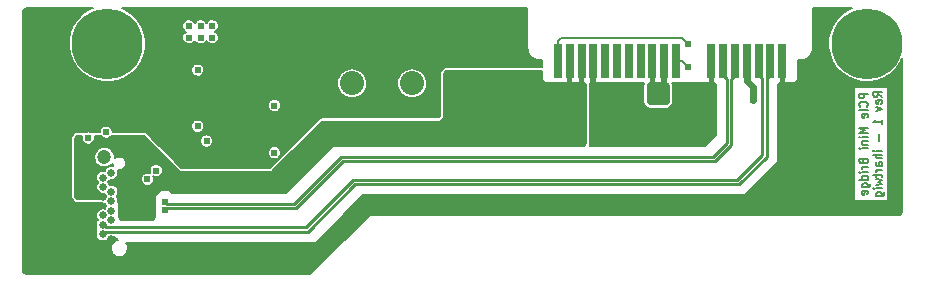
<source format=gbl>
G04 #@! TF.FileFunction,Copper,L4,Bot,Signal*
%FSLAX46Y46*%
G04 Gerber Fmt 4.6, Leading zero omitted, Abs format (unit mm)*
G04 Created by KiCad (PCBNEW 4.0.7) date Wednesday, December 20, 2017 'AMt' 12:53:12 AM*
%MOMM*%
%LPD*%
G01*
G04 APERTURE LIST*
%ADD10C,0.100000*%
%ADD11C,0.152400*%
%ADD12R,2.032000X2.032000*%
%ADD13O,2.032000X2.032000*%
%ADD14R,0.700000X3.000000*%
%ADD15C,6.000000*%
%ADD16C,1.204800*%
%ADD17C,0.672800*%
%ADD18C,0.609600*%
%ADD19C,0.500000*%
%ADD20C,0.203200*%
%ADD21C,0.609600*%
%ADD22C,0.236000*%
G04 APERTURE END LIST*
D10*
D11*
X71965467Y15749998D02*
X71265467Y15749998D01*
X71265467Y15483332D01*
X71298800Y15416665D01*
X71332133Y15383332D01*
X71398800Y15349998D01*
X71498800Y15349998D01*
X71565467Y15383332D01*
X71598800Y15416665D01*
X71632133Y15483332D01*
X71632133Y15749998D01*
X71898800Y14649998D02*
X71932133Y14683332D01*
X71965467Y14783332D01*
X71965467Y14849998D01*
X71932133Y14949998D01*
X71865467Y15016665D01*
X71798800Y15049998D01*
X71665467Y15083332D01*
X71565467Y15083332D01*
X71432133Y15049998D01*
X71365467Y15016665D01*
X71298800Y14949998D01*
X71265467Y14849998D01*
X71265467Y14783332D01*
X71298800Y14683332D01*
X71332133Y14649998D01*
X71965467Y14349998D02*
X71265467Y14349998D01*
X71932133Y13749999D02*
X71965467Y13816665D01*
X71965467Y13949999D01*
X71932133Y14016665D01*
X71865467Y14049999D01*
X71598800Y14049999D01*
X71532133Y14016665D01*
X71498800Y13949999D01*
X71498800Y13816665D01*
X71532133Y13749999D01*
X71598800Y13716665D01*
X71665467Y13716665D01*
X71732133Y14049999D01*
X71965467Y12883332D02*
X71265467Y12883332D01*
X71765467Y12649999D01*
X71265467Y12416666D01*
X71965467Y12416666D01*
X71965467Y12083332D02*
X71498800Y12083332D01*
X71265467Y12083332D02*
X71298800Y12116666D01*
X71332133Y12083332D01*
X71298800Y12049999D01*
X71265467Y12083332D01*
X71332133Y12083332D01*
X71498800Y11749999D02*
X71965467Y11749999D01*
X71565467Y11749999D02*
X71532133Y11716666D01*
X71498800Y11649999D01*
X71498800Y11549999D01*
X71532133Y11483333D01*
X71598800Y11449999D01*
X71965467Y11449999D01*
X71965467Y11116666D02*
X71498800Y11116666D01*
X71265467Y11116666D02*
X71298800Y11150000D01*
X71332133Y11116666D01*
X71298800Y11083333D01*
X71265467Y11116666D01*
X71332133Y11116666D01*
X71598800Y10016667D02*
X71632133Y9916667D01*
X71665467Y9883334D01*
X71732133Y9850000D01*
X71832133Y9850000D01*
X71898800Y9883334D01*
X71932133Y9916667D01*
X71965467Y9983334D01*
X71965467Y10250000D01*
X71265467Y10250000D01*
X71265467Y10016667D01*
X71298800Y9950000D01*
X71332133Y9916667D01*
X71398800Y9883334D01*
X71465467Y9883334D01*
X71532133Y9916667D01*
X71565467Y9950000D01*
X71598800Y10016667D01*
X71598800Y10250000D01*
X71965467Y9550000D02*
X71498800Y9550000D01*
X71632133Y9550000D02*
X71565467Y9516667D01*
X71532133Y9483334D01*
X71498800Y9416667D01*
X71498800Y9350000D01*
X71965467Y9116667D02*
X71498800Y9116667D01*
X71265467Y9116667D02*
X71298800Y9150001D01*
X71332133Y9116667D01*
X71298800Y9083334D01*
X71265467Y9116667D01*
X71332133Y9116667D01*
X71965467Y8483334D02*
X71265467Y8483334D01*
X71932133Y8483334D02*
X71965467Y8550001D01*
X71965467Y8683334D01*
X71932133Y8750001D01*
X71898800Y8783334D01*
X71832133Y8816668D01*
X71632133Y8816668D01*
X71565467Y8783334D01*
X71532133Y8750001D01*
X71498800Y8683334D01*
X71498800Y8550001D01*
X71532133Y8483334D01*
X71498800Y7850001D02*
X72065467Y7850001D01*
X72132133Y7883335D01*
X72165467Y7916668D01*
X72198800Y7983335D01*
X72198800Y8083335D01*
X72165467Y8150001D01*
X71932133Y7850001D02*
X71965467Y7916668D01*
X71965467Y8050001D01*
X71932133Y8116668D01*
X71898800Y8150001D01*
X71832133Y8183335D01*
X71632133Y8183335D01*
X71565467Y8150001D01*
X71532133Y8116668D01*
X71498800Y8050001D01*
X71498800Y7916668D01*
X71532133Y7850001D01*
X71932133Y7250002D02*
X71965467Y7316668D01*
X71965467Y7450002D01*
X71932133Y7516668D01*
X71865467Y7550002D01*
X71598800Y7550002D01*
X71532133Y7516668D01*
X71498800Y7450002D01*
X71498800Y7316668D01*
X71532133Y7250002D01*
X71598800Y7216668D01*
X71665467Y7216668D01*
X71732133Y7550002D01*
X73167867Y15483331D02*
X72834533Y15716665D01*
X73167867Y15883331D02*
X72467867Y15883331D01*
X72467867Y15616665D01*
X72501200Y15549998D01*
X72534533Y15516665D01*
X72601200Y15483331D01*
X72701200Y15483331D01*
X72767867Y15516665D01*
X72801200Y15549998D01*
X72834533Y15616665D01*
X72834533Y15883331D01*
X73134533Y14916665D02*
X73167867Y14983331D01*
X73167867Y15116665D01*
X73134533Y15183331D01*
X73067867Y15216665D01*
X72801200Y15216665D01*
X72734533Y15183331D01*
X72701200Y15116665D01*
X72701200Y14983331D01*
X72734533Y14916665D01*
X72801200Y14883331D01*
X72867867Y14883331D01*
X72934533Y15216665D01*
X72701200Y14649998D02*
X73167867Y14483331D01*
X72701200Y14316665D01*
X73167867Y13149999D02*
X73167867Y13549999D01*
X73167867Y13349999D02*
X72467867Y13349999D01*
X72567867Y13416665D01*
X72634533Y13483332D01*
X72667867Y13549999D01*
X72901200Y12316665D02*
X72901200Y11783332D01*
X73167867Y10916665D02*
X72701200Y10916665D01*
X72467867Y10916665D02*
X72501200Y10949999D01*
X72534533Y10916665D01*
X72501200Y10883332D01*
X72467867Y10916665D01*
X72534533Y10916665D01*
X73167867Y10583332D02*
X72467867Y10583332D01*
X73167867Y10283332D02*
X72801200Y10283332D01*
X72734533Y10316666D01*
X72701200Y10383332D01*
X72701200Y10483332D01*
X72734533Y10549999D01*
X72767867Y10583332D01*
X73167867Y9649999D02*
X72801200Y9649999D01*
X72734533Y9683333D01*
X72701200Y9749999D01*
X72701200Y9883333D01*
X72734533Y9949999D01*
X73134533Y9649999D02*
X73167867Y9716666D01*
X73167867Y9883333D01*
X73134533Y9949999D01*
X73067867Y9983333D01*
X73001200Y9983333D01*
X72934533Y9949999D01*
X72901200Y9883333D01*
X72901200Y9716666D01*
X72867867Y9649999D01*
X73167867Y9316666D02*
X72701200Y9316666D01*
X72834533Y9316666D02*
X72767867Y9283333D01*
X72734533Y9250000D01*
X72701200Y9183333D01*
X72701200Y9116666D01*
X72701200Y8983333D02*
X72701200Y8716667D01*
X72467867Y8883333D02*
X73067867Y8883333D01*
X73134533Y8850000D01*
X73167867Y8783333D01*
X73167867Y8716667D01*
X72701200Y8550000D02*
X73167867Y8416667D01*
X72834533Y8283333D01*
X73167867Y8150000D01*
X72701200Y8016667D01*
X73167867Y7750000D02*
X72701200Y7750000D01*
X72467867Y7750000D02*
X72501200Y7783334D01*
X72534533Y7750000D01*
X72501200Y7716667D01*
X72467867Y7750000D01*
X72534533Y7750000D01*
X72701200Y7116667D02*
X73267867Y7116667D01*
X73334533Y7150001D01*
X73367867Y7183334D01*
X73401200Y7250001D01*
X73401200Y7350001D01*
X73367867Y7416667D01*
X73134533Y7116667D02*
X73167867Y7183334D01*
X73167867Y7316667D01*
X73134533Y7383334D01*
X73101200Y7416667D01*
X73034533Y7450001D01*
X72834533Y7450001D01*
X72767867Y7416667D01*
X72734533Y7383334D01*
X72701200Y7316667D01*
X72701200Y7183334D01*
X72734533Y7116667D01*
D12*
X38490000Y19160000D03*
D13*
X38490000Y16620000D03*
D12*
X33410000Y19160000D03*
D13*
X33410000Y16620000D03*
D12*
X28330000Y19160000D03*
D13*
X28330000Y16620000D03*
D14*
X45750000Y18500000D03*
X47750000Y18500000D03*
X48750000Y18500000D03*
X49750000Y18500000D03*
X50750000Y18500000D03*
X51750000Y18500000D03*
X52750000Y18500000D03*
X53750000Y18500000D03*
X54750000Y18500000D03*
X55750000Y18500000D03*
X58750000Y18500000D03*
X59750000Y18500000D03*
X60750000Y18500000D03*
X61750000Y18500000D03*
X62750000Y18500000D03*
X63750000Y18500000D03*
X46750000Y18500000D03*
X64750000Y18500000D03*
D15*
X71900000Y20000000D03*
X7600000Y20000000D03*
D16*
X7360000Y10380000D03*
X7360000Y2120000D03*
X1410000Y1760000D03*
X1410000Y10740000D03*
D17*
X7950000Y3450000D03*
X7250000Y3850000D03*
X7250000Y4650000D03*
X7250000Y5450000D03*
X7950000Y5050000D03*
X7950000Y5850000D03*
X7950000Y6650000D03*
X7950000Y7450000D03*
X7250000Y7050000D03*
X7250000Y7850000D03*
X7250000Y8650000D03*
X7950000Y9050000D03*
D18*
X750000Y2750000D03*
X750000Y4750000D03*
X750000Y6750000D03*
X750000Y8750000D03*
X69750000Y22750000D03*
X67750000Y22750000D03*
X750000Y12750000D03*
X750000Y14750000D03*
X750000Y16750000D03*
X750000Y18750000D03*
X750000Y20750000D03*
X1250000Y22750000D03*
X3250000Y22750000D03*
X41250000Y22750000D03*
X39250000Y22750000D03*
X37250000Y22750000D03*
X35250000Y22750000D03*
X33250000Y22750000D03*
X31250000Y22750000D03*
X29250000Y22750000D03*
X27250000Y22750000D03*
X25250000Y22750000D03*
X23250000Y22750000D03*
X21250000Y22750000D03*
X19250000Y22750000D03*
X17250000Y22750000D03*
X15250000Y22750000D03*
X13250000Y22750000D03*
X11250000Y22750000D03*
X14500000Y10000000D03*
X21250000Y10000000D03*
X19000000Y10000000D03*
X16750000Y10000000D03*
X48750000Y16250000D03*
X51750000Y16250000D03*
X16250000Y13750000D03*
X15250000Y16500000D03*
X18250000Y17000000D03*
X18250000Y18000000D03*
X18250000Y19000000D03*
X17250000Y19000000D03*
X17250000Y18000000D03*
X17250000Y17000000D03*
X64750000Y10750000D03*
X74500000Y16750000D03*
X74500000Y14750000D03*
X74500000Y12750000D03*
X74500000Y10750000D03*
X74500000Y8750000D03*
X74500000Y6750000D03*
X73750000Y6000000D03*
X71750000Y6000000D03*
X69750000Y6000000D03*
X67750000Y6000000D03*
X65750000Y6000000D03*
X63750000Y6000000D03*
X61750000Y6000000D03*
X59750000Y6000000D03*
X57750000Y6000000D03*
X55750000Y6000000D03*
X53750000Y6000000D03*
X51750000Y6000000D03*
X49750000Y6000000D03*
X47750000Y6000000D03*
X45750000Y6000000D03*
X43750000Y6000000D03*
X41750000Y6000000D03*
X39750000Y6000000D03*
X37750000Y6000000D03*
X35750000Y6000000D03*
X33750000Y6000000D03*
X31750000Y6000000D03*
X29750000Y6000000D03*
X28500000Y4750000D03*
X27250000Y3500000D03*
X26000000Y2250000D03*
X24750000Y1000000D03*
X23250000Y1000000D03*
X21250000Y1000000D03*
X19250000Y1000000D03*
X17250000Y1000000D03*
X15250000Y1000000D03*
X13250000Y1000000D03*
X11250000Y1000000D03*
X9250000Y1000000D03*
X7250000Y1000000D03*
X5250000Y1000000D03*
X3250000Y1000000D03*
X64750000Y15250000D03*
X64750000Y16250000D03*
X58750000Y15250000D03*
X58750000Y16250000D03*
X53250000Y14250000D03*
X62250000Y15250000D03*
X62250000Y16250000D03*
X21750000Y10750000D03*
X21750000Y14750000D03*
X11250000Y5250000D03*
X10250000Y5250000D03*
X45750000Y15250000D03*
X46750000Y15250000D03*
X47750000Y15250000D03*
X45750000Y16250000D03*
X46750000Y16250000D03*
X47750000Y16250000D03*
X14500000Y20500000D03*
X14500000Y21500000D03*
X15500000Y21500000D03*
X15500000Y20500000D03*
X16500000Y21500000D03*
X16500000Y20500000D03*
X7500000Y12500000D03*
X56750000Y18000000D03*
X11750000Y9250000D03*
X15250000Y13000000D03*
X15250000Y17750000D03*
X16000000Y11750000D03*
X11000000Y8500000D03*
X56750000Y20000000D03*
X12500000Y6618300D03*
X12500000Y5881700D03*
X54750000Y15250000D03*
X53750000Y15250000D03*
X54750000Y16250000D03*
X53750000Y16250000D03*
X6000000Y12000000D03*
D19*
X48750000Y18500000D02*
X48750000Y16250000D01*
D20*
X48750000Y16250000D02*
X49750000Y16250000D01*
X64750000Y10750000D02*
X64750000Y7000000D01*
X64750000Y7000000D02*
X63750000Y6000000D01*
X64750000Y15250000D02*
X64750000Y10750000D01*
X74500000Y14750000D02*
X74500000Y16750000D01*
X74500000Y12750000D02*
X74500000Y14750000D01*
X74500000Y10750000D02*
X74500000Y12750000D01*
X74500000Y8750000D02*
X74500000Y10750000D01*
X74500000Y6750000D02*
X74500000Y8750000D01*
X73750000Y6000000D02*
X74500000Y6750000D01*
X71750000Y6000000D02*
X73750000Y6000000D01*
X69750000Y6000000D02*
X71750000Y6000000D01*
X67750000Y6000000D02*
X69750000Y6000000D01*
X65750000Y6000000D02*
X67750000Y6000000D01*
X63750000Y6000000D02*
X65750000Y6000000D01*
X61750000Y6000000D02*
X63750000Y6000000D01*
X59750000Y6000000D02*
X61750000Y6000000D01*
X57750000Y6000000D02*
X59750000Y6000000D01*
X55750000Y6000000D02*
X57750000Y6000000D01*
X53750000Y6000000D02*
X55750000Y6000000D01*
X51750000Y6000000D02*
X53750000Y6000000D01*
X49750000Y6000000D02*
X51750000Y6000000D01*
X47750000Y6000000D02*
X49750000Y6000000D01*
X45750000Y6000000D02*
X47750000Y6000000D01*
X43750000Y6000000D02*
X45750000Y6000000D01*
X41750000Y6000000D02*
X43750000Y6000000D01*
X39750000Y6000000D02*
X41750000Y6000000D01*
X37750000Y6000000D02*
X39750000Y6000000D01*
X35750000Y6000000D02*
X37750000Y6000000D01*
X33750000Y6000000D02*
X35750000Y6000000D01*
X31750000Y6000000D02*
X33750000Y6000000D01*
X29750000Y6000000D02*
X31750000Y6000000D01*
X24750000Y1000000D02*
X26000000Y2250000D01*
X28500000Y4750000D02*
X29750000Y6000000D01*
X27250000Y3500000D02*
X28500000Y4750000D01*
X26000000Y2250000D02*
X27250000Y3500000D01*
X23250000Y1000000D02*
X24750000Y1000000D01*
X21250000Y1000000D02*
X23250000Y1000000D01*
X19250000Y1000000D02*
X21250000Y1000000D01*
X17250000Y1000000D02*
X19250000Y1000000D01*
X15250000Y1000000D02*
X17250000Y1000000D01*
X13250000Y1000000D02*
X15250000Y1000000D01*
X11250000Y1000000D02*
X13250000Y1000000D01*
X9250000Y1000000D02*
X11250000Y1000000D01*
X7250000Y1000000D02*
X9250000Y1000000D01*
X5250000Y1000000D02*
X7250000Y1000000D01*
X3250000Y1000000D02*
X5250000Y1000000D01*
X1410000Y1760000D02*
X2490000Y1760000D01*
X2490000Y1760000D02*
X3250000Y1000000D01*
X64750000Y16250000D02*
X64750000Y15250000D01*
X64750000Y18500000D02*
X64750000Y16250000D01*
X58750000Y16250000D02*
X58750000Y15250000D01*
X58750000Y18500000D02*
X58750000Y16250000D01*
D21*
X62250000Y16250000D02*
X62250000Y15250000D01*
X61750000Y18500000D02*
X61750000Y16796800D01*
X61750000Y16796800D02*
X62250000Y16296800D01*
D20*
X62250000Y16296800D02*
X62250000Y16250000D01*
X47750000Y18500000D02*
X47750000Y16250000D01*
X46750000Y18500000D02*
X46750000Y16250000D01*
D22*
X7468501Y4431499D02*
X24424822Y4431500D01*
X24424822Y4431500D02*
X28424822Y8431500D01*
X7250000Y4650000D02*
X7468501Y4431499D01*
X28424822Y8431500D02*
X60924822Y8431500D01*
X60924822Y8431500D02*
X63068500Y10575178D01*
X63068500Y10575178D02*
X63068500Y17031500D01*
X63068500Y17031500D02*
X62750000Y17350000D01*
X62750000Y17350000D02*
X62750000Y18500000D01*
D20*
X55750000Y18500000D02*
X56250000Y18500000D01*
X56250000Y18500000D02*
X56750000Y18000000D01*
X46046800Y20500000D02*
X56250000Y20500000D01*
X56250000Y20500000D02*
X56750000Y20000000D01*
X45750000Y18500000D02*
X45750000Y20203200D01*
X45750000Y20203200D02*
X46046800Y20500000D01*
D22*
X12500000Y6618300D02*
X12686801Y6431499D01*
X12686801Y6431499D02*
X23424821Y6431499D01*
X60068500Y17031500D02*
X59750000Y17350000D01*
X59750000Y17350000D02*
X59750000Y18500000D01*
X23424821Y6431499D02*
X27424822Y10431500D01*
X27424822Y10431500D02*
X58924822Y10431500D01*
X58924822Y10431500D02*
X60068500Y11575178D01*
X60068500Y11575178D02*
X60068500Y17031500D01*
X12500000Y5881700D02*
X12686801Y6068501D01*
X12686801Y6068501D02*
X23575179Y6068501D01*
X60431500Y11424822D02*
X60431500Y17031500D01*
X60431500Y17031500D02*
X60750000Y17350000D01*
X23575179Y6068501D02*
X27575178Y10068500D01*
X27575178Y10068500D02*
X59075178Y10068500D01*
X59075178Y10068500D02*
X60431500Y11424822D01*
X60750000Y17350000D02*
X60750000Y18500000D01*
D20*
X54750000Y16250000D02*
X54750000Y15250000D01*
X53750000Y16250000D02*
X53750000Y15250000D01*
X54750000Y18500000D02*
X54750000Y16250000D01*
X53750000Y18500000D02*
X53750000Y16250000D01*
D22*
X7250000Y3850000D02*
X7468501Y4068501D01*
X24575178Y4068500D02*
X28575178Y8068500D01*
X28575178Y8068500D02*
X61075178Y8068500D01*
X61075178Y8068500D02*
X63431500Y10424822D01*
X63431500Y10424822D02*
X63431500Y17031500D01*
X7468501Y4068501D02*
X24575178Y4068500D01*
X63431500Y17031500D02*
X63750000Y17350000D01*
X63750000Y17350000D02*
X63750000Y18500000D01*
D20*
G36*
X53898400Y16750000D02*
X53902422Y16721695D01*
X53914171Y16695631D01*
X53932716Y16673872D01*
X53956589Y16658141D01*
X53983898Y16649684D01*
X54000000Y16648400D01*
X54500000Y16648400D01*
X54528305Y16652422D01*
X54554369Y16664171D01*
X54576128Y16682716D01*
X54591859Y16706589D01*
X54600316Y16733898D01*
X54601600Y16750000D01*
X54601600Y17148400D01*
X54898400Y17148400D01*
X54898400Y16750000D01*
X54902422Y16721695D01*
X54914171Y16695631D01*
X54928158Y16678158D01*
X55148400Y16457916D01*
X55148400Y15042084D01*
X54957916Y14851600D01*
X53542084Y14851600D01*
X53351600Y15042084D01*
X53351600Y16457916D01*
X53571842Y16678158D01*
X53589012Y16701017D01*
X53599135Y16727755D01*
X53601600Y16750000D01*
X53601600Y17148400D01*
X53898400Y17148400D01*
X53898400Y16750000D01*
X53898400Y16750000D01*
G37*
X53898400Y16750000D02*
X53902422Y16721695D01*
X53914171Y16695631D01*
X53932716Y16673872D01*
X53956589Y16658141D01*
X53983898Y16649684D01*
X54000000Y16648400D01*
X54500000Y16648400D01*
X54528305Y16652422D01*
X54554369Y16664171D01*
X54576128Y16682716D01*
X54591859Y16706589D01*
X54600316Y16733898D01*
X54601600Y16750000D01*
X54601600Y17148400D01*
X54898400Y17148400D01*
X54898400Y16750000D01*
X54902422Y16721695D01*
X54914171Y16695631D01*
X54928158Y16678158D01*
X55148400Y16457916D01*
X55148400Y15042084D01*
X54957916Y14851600D01*
X53542084Y14851600D01*
X53351600Y15042084D01*
X53351600Y16457916D01*
X53571842Y16678158D01*
X53589012Y16701017D01*
X53599135Y16727755D01*
X53601600Y16750000D01*
X53601600Y17148400D01*
X53898400Y17148400D01*
X53898400Y16750000D01*
G36*
X70385140Y22897660D02*
X69851165Y22548236D01*
X69395230Y22101752D01*
X69034701Y21575212D01*
X68783310Y20988672D01*
X68650632Y20364475D01*
X68641722Y19726395D01*
X68756919Y19098736D01*
X68991835Y18505406D01*
X69337522Y17969005D01*
X69780813Y17509964D01*
X70304823Y17145767D01*
X70889593Y16890288D01*
X71512849Y16753256D01*
X72150852Y16739892D01*
X72779299Y16850704D01*
X73374255Y17081472D01*
X73913056Y17423406D01*
X74375181Y17863481D01*
X74743027Y18384936D01*
X74916000Y18773440D01*
X74916000Y5700480D01*
X74699520Y5484000D01*
X30000000Y5484000D01*
X29955555Y5479642D01*
X29910968Y5475741D01*
X29908521Y5475030D01*
X29905991Y5474782D01*
X29863269Y5461883D01*
X29820258Y5449388D01*
X29817993Y5448214D01*
X29815562Y5447480D01*
X29776088Y5426492D01*
X29736395Y5405916D01*
X29734410Y5404331D01*
X29732158Y5403134D01*
X29697491Y5374860D01*
X29662572Y5346985D01*
X29659025Y5343488D01*
X29658957Y5343432D01*
X29658905Y5343369D01*
X29657760Y5342240D01*
X24799520Y484000D01*
X700480Y484000D01*
X484000Y700480D01*
X484000Y6398400D01*
X7414597Y6398400D01*
X7422348Y6378823D01*
X7485068Y6281500D01*
X7515054Y6250449D01*
X7495539Y6231338D01*
X7430125Y6135804D01*
X7384513Y6029383D01*
X7383646Y6025303D01*
X7312012Y6040007D01*
X7196232Y6040815D01*
X7082499Y6019120D01*
X6975146Y5975746D01*
X6878263Y5912348D01*
X6795539Y5831338D01*
X6730125Y5735804D01*
X6684513Y5629383D01*
X6660440Y5516130D01*
X6658824Y5400358D01*
X6679725Y5286476D01*
X6722348Y5178823D01*
X6785068Y5081500D01*
X6786418Y5080102D01*
X6678158Y4971842D01*
X6656405Y4939528D01*
X6648400Y4900000D01*
X6648400Y3600000D01*
X6655868Y3561769D01*
X6678158Y3528158D01*
X6928158Y3278158D01*
X6960472Y3256405D01*
X7000000Y3248400D01*
X7500000Y3248400D01*
X7538231Y3255868D01*
X7571842Y3278158D01*
X7821842Y3528158D01*
X7843595Y3560472D01*
X7851600Y3600000D01*
X7851600Y3648400D01*
X8207916Y3648400D01*
X8487506Y3368810D01*
X8403177Y3352723D01*
X8270623Y3299168D01*
X8150996Y3220886D01*
X8048852Y3120859D01*
X7968082Y3002898D01*
X7911762Y2871494D01*
X7882038Y2731654D01*
X7880042Y2588704D01*
X7905850Y2448088D01*
X7958478Y2315163D01*
X8035923Y2194992D01*
X8135235Y2092153D01*
X8252630Y2010561D01*
X8383637Y1953325D01*
X8523266Y1922626D01*
X8666199Y1919632D01*
X8806991Y1944457D01*
X8940280Y1996157D01*
X9060989Y2072761D01*
X9164519Y2171352D01*
X9246929Y2288174D01*
X9305077Y2418779D01*
X9336751Y2558190D01*
X9339031Y2721482D01*
X9311262Y2861724D01*
X9256783Y2993901D01*
X9177668Y3112979D01*
X9142493Y3148400D01*
X25250000Y3148400D01*
X25278305Y3152422D01*
X25304369Y3164171D01*
X25321842Y3178158D01*
X29292084Y7148400D01*
X61500000Y7148400D01*
X61528305Y7152422D01*
X61554369Y7164171D01*
X61571842Y7178158D01*
X64321842Y9928158D01*
X64339012Y9951017D01*
X64349135Y9977755D01*
X64351600Y10000000D01*
X64351600Y16303999D01*
X70828600Y16303999D01*
X70828600Y6696002D01*
X73741400Y6696002D01*
X73741400Y16303999D01*
X70828600Y16303999D01*
X64351600Y16303999D01*
X64351600Y16457916D01*
X64571842Y16678158D01*
X64589012Y16701017D01*
X64599135Y16727755D01*
X64601600Y16750000D01*
X64601600Y17148400D01*
X64898400Y17148400D01*
X64898400Y16750000D01*
X64902422Y16721695D01*
X64914171Y16695631D01*
X64932716Y16673872D01*
X64956589Y16658141D01*
X64983898Y16649684D01*
X65000000Y16648400D01*
X65750000Y16648400D01*
X65778305Y16652422D01*
X65804369Y16664171D01*
X65821842Y16678158D01*
X66071842Y16928158D01*
X66089012Y16951017D01*
X66099135Y16977755D01*
X66101600Y17000000D01*
X66101600Y18649862D01*
X66119653Y18644549D01*
X66162707Y18636336D01*
X66205718Y18627507D01*
X66212444Y18626848D01*
X66309626Y18618004D01*
X66353491Y18618310D01*
X66397356Y18618004D01*
X66404082Y18618663D01*
X66501130Y18628863D01*
X66544118Y18637687D01*
X66587192Y18645904D01*
X66593661Y18647857D01*
X66686880Y18676713D01*
X66727300Y18693704D01*
X66767995Y18710146D01*
X66773962Y18713319D01*
X66859800Y18759732D01*
X66896159Y18784257D01*
X66932873Y18808282D01*
X66938110Y18812553D01*
X67013299Y18874755D01*
X67044197Y18905870D01*
X67075548Y18936570D01*
X67079856Y18941778D01*
X67141532Y19017399D01*
X67165797Y19053921D01*
X67190595Y19090137D01*
X67193809Y19096082D01*
X67239621Y19182243D01*
X67256338Y19222802D01*
X67273617Y19263116D01*
X67275615Y19269572D01*
X67303820Y19362990D01*
X67312341Y19406022D01*
X67321462Y19448934D01*
X67322168Y19455655D01*
X67331690Y19552772D01*
X67331690Y19573068D01*
X67333953Y19593242D01*
X67334000Y19600000D01*
X67334000Y23016000D01*
X70678042Y23016000D01*
X70385140Y22897660D01*
X70385140Y22897660D01*
G37*
X70385140Y22897660D02*
X69851165Y22548236D01*
X69395230Y22101752D01*
X69034701Y21575212D01*
X68783310Y20988672D01*
X68650632Y20364475D01*
X68641722Y19726395D01*
X68756919Y19098736D01*
X68991835Y18505406D01*
X69337522Y17969005D01*
X69780813Y17509964D01*
X70304823Y17145767D01*
X70889593Y16890288D01*
X71512849Y16753256D01*
X72150852Y16739892D01*
X72779299Y16850704D01*
X73374255Y17081472D01*
X73913056Y17423406D01*
X74375181Y17863481D01*
X74743027Y18384936D01*
X74916000Y18773440D01*
X74916000Y5700480D01*
X74699520Y5484000D01*
X30000000Y5484000D01*
X29955555Y5479642D01*
X29910968Y5475741D01*
X29908521Y5475030D01*
X29905991Y5474782D01*
X29863269Y5461883D01*
X29820258Y5449388D01*
X29817993Y5448214D01*
X29815562Y5447480D01*
X29776088Y5426492D01*
X29736395Y5405916D01*
X29734410Y5404331D01*
X29732158Y5403134D01*
X29697491Y5374860D01*
X29662572Y5346985D01*
X29659025Y5343488D01*
X29658957Y5343432D01*
X29658905Y5343369D01*
X29657760Y5342240D01*
X24799520Y484000D01*
X700480Y484000D01*
X484000Y700480D01*
X484000Y6398400D01*
X7414597Y6398400D01*
X7422348Y6378823D01*
X7485068Y6281500D01*
X7515054Y6250449D01*
X7495539Y6231338D01*
X7430125Y6135804D01*
X7384513Y6029383D01*
X7383646Y6025303D01*
X7312012Y6040007D01*
X7196232Y6040815D01*
X7082499Y6019120D01*
X6975146Y5975746D01*
X6878263Y5912348D01*
X6795539Y5831338D01*
X6730125Y5735804D01*
X6684513Y5629383D01*
X6660440Y5516130D01*
X6658824Y5400358D01*
X6679725Y5286476D01*
X6722348Y5178823D01*
X6785068Y5081500D01*
X6786418Y5080102D01*
X6678158Y4971842D01*
X6656405Y4939528D01*
X6648400Y4900000D01*
X6648400Y3600000D01*
X6655868Y3561769D01*
X6678158Y3528158D01*
X6928158Y3278158D01*
X6960472Y3256405D01*
X7000000Y3248400D01*
X7500000Y3248400D01*
X7538231Y3255868D01*
X7571842Y3278158D01*
X7821842Y3528158D01*
X7843595Y3560472D01*
X7851600Y3600000D01*
X7851600Y3648400D01*
X8207916Y3648400D01*
X8487506Y3368810D01*
X8403177Y3352723D01*
X8270623Y3299168D01*
X8150996Y3220886D01*
X8048852Y3120859D01*
X7968082Y3002898D01*
X7911762Y2871494D01*
X7882038Y2731654D01*
X7880042Y2588704D01*
X7905850Y2448088D01*
X7958478Y2315163D01*
X8035923Y2194992D01*
X8135235Y2092153D01*
X8252630Y2010561D01*
X8383637Y1953325D01*
X8523266Y1922626D01*
X8666199Y1919632D01*
X8806991Y1944457D01*
X8940280Y1996157D01*
X9060989Y2072761D01*
X9164519Y2171352D01*
X9246929Y2288174D01*
X9305077Y2418779D01*
X9336751Y2558190D01*
X9339031Y2721482D01*
X9311262Y2861724D01*
X9256783Y2993901D01*
X9177668Y3112979D01*
X9142493Y3148400D01*
X25250000Y3148400D01*
X25278305Y3152422D01*
X25304369Y3164171D01*
X25321842Y3178158D01*
X29292084Y7148400D01*
X61500000Y7148400D01*
X61528305Y7152422D01*
X61554369Y7164171D01*
X61571842Y7178158D01*
X64321842Y9928158D01*
X64339012Y9951017D01*
X64349135Y9977755D01*
X64351600Y10000000D01*
X64351600Y16303999D01*
X70828600Y16303999D01*
X70828600Y6696002D01*
X73741400Y6696002D01*
X73741400Y16303999D01*
X70828600Y16303999D01*
X64351600Y16303999D01*
X64351600Y16457916D01*
X64571842Y16678158D01*
X64589012Y16701017D01*
X64599135Y16727755D01*
X64601600Y16750000D01*
X64601600Y17148400D01*
X64898400Y17148400D01*
X64898400Y16750000D01*
X64902422Y16721695D01*
X64914171Y16695631D01*
X64932716Y16673872D01*
X64956589Y16658141D01*
X64983898Y16649684D01*
X65000000Y16648400D01*
X65750000Y16648400D01*
X65778305Y16652422D01*
X65804369Y16664171D01*
X65821842Y16678158D01*
X66071842Y16928158D01*
X66089012Y16951017D01*
X66099135Y16977755D01*
X66101600Y17000000D01*
X66101600Y18649862D01*
X66119653Y18644549D01*
X66162707Y18636336D01*
X66205718Y18627507D01*
X66212444Y18626848D01*
X66309626Y18618004D01*
X66353491Y18618310D01*
X66397356Y18618004D01*
X66404082Y18618663D01*
X66501130Y18628863D01*
X66544118Y18637687D01*
X66587192Y18645904D01*
X66593661Y18647857D01*
X66686880Y18676713D01*
X66727300Y18693704D01*
X66767995Y18710146D01*
X66773962Y18713319D01*
X66859800Y18759732D01*
X66896159Y18784257D01*
X66932873Y18808282D01*
X66938110Y18812553D01*
X67013299Y18874755D01*
X67044197Y18905870D01*
X67075548Y18936570D01*
X67079856Y18941778D01*
X67141532Y19017399D01*
X67165797Y19053921D01*
X67190595Y19090137D01*
X67193809Y19096082D01*
X67239621Y19182243D01*
X67256338Y19222802D01*
X67273617Y19263116D01*
X67275615Y19269572D01*
X67303820Y19362990D01*
X67312341Y19406022D01*
X67321462Y19448934D01*
X67322168Y19455655D01*
X67331690Y19552772D01*
X67331690Y19573068D01*
X67333953Y19593242D01*
X67334000Y19600000D01*
X67334000Y23016000D01*
X70678042Y23016000D01*
X70385140Y22897660D01*
G36*
X6085140Y22897660D02*
X5551165Y22548236D01*
X5095230Y22101752D01*
X4734701Y21575212D01*
X4483310Y20988672D01*
X4350632Y20364475D01*
X4341722Y19726395D01*
X4456919Y19098736D01*
X4691835Y18505406D01*
X5037522Y17969005D01*
X5480813Y17509964D01*
X6004823Y17145767D01*
X6589593Y16890288D01*
X7212849Y16753256D01*
X7850852Y16739892D01*
X8479299Y16850704D01*
X9074255Y17081472D01*
X9613056Y17423406D01*
X9906674Y17703015D01*
X14690465Y17703015D01*
X14710248Y17595229D01*
X14750589Y17493338D01*
X14809953Y17401223D01*
X14886078Y17322393D01*
X14976065Y17259851D01*
X15076486Y17215978D01*
X15183516Y17192446D01*
X15293078Y17190151D01*
X15401000Y17209180D01*
X15503170Y17248809D01*
X15595696Y17307529D01*
X15675056Y17383102D01*
X15738225Y17472650D01*
X15782798Y17572762D01*
X15807076Y17679625D01*
X15808824Y17804793D01*
X15787539Y17912293D01*
X15745779Y18013610D01*
X15685134Y18104887D01*
X15607916Y18182646D01*
X15517065Y18243926D01*
X15416041Y18286393D01*
X15308693Y18308428D01*
X15199109Y18309193D01*
X15091464Y18288659D01*
X14989857Y18247607D01*
X14898159Y18187601D01*
X14819863Y18110928D01*
X14757950Y18020507D01*
X14714780Y17919782D01*
X14691995Y17812590D01*
X14690465Y17703015D01*
X9906674Y17703015D01*
X10075181Y17863481D01*
X10443027Y18384936D01*
X10702583Y18967908D01*
X10843962Y19590192D01*
X10854140Y20319071D01*
X10730191Y20945060D01*
X10520827Y21453015D01*
X13940465Y21453015D01*
X13960248Y21345229D01*
X14000589Y21243338D01*
X14059953Y21151223D01*
X14136078Y21072393D01*
X14226065Y21009851D01*
X14247252Y21000595D01*
X14239857Y20997607D01*
X14148159Y20937601D01*
X14069863Y20860928D01*
X14007950Y20770507D01*
X13964780Y20669782D01*
X13941995Y20562590D01*
X13940465Y20453015D01*
X13960248Y20345229D01*
X14000589Y20243338D01*
X14059953Y20151223D01*
X14136078Y20072393D01*
X14226065Y20009851D01*
X14326486Y19965978D01*
X14433516Y19942446D01*
X14543078Y19940151D01*
X14651000Y19959180D01*
X14753170Y19998809D01*
X14845696Y20057529D01*
X14925056Y20133102D01*
X14988225Y20222650D01*
X14999105Y20247086D01*
X15000589Y20243338D01*
X15059953Y20151223D01*
X15136078Y20072393D01*
X15226065Y20009851D01*
X15326486Y19965978D01*
X15433516Y19942446D01*
X15543078Y19940151D01*
X15651000Y19959180D01*
X15753170Y19998809D01*
X15845696Y20057529D01*
X15925056Y20133102D01*
X15988225Y20222650D01*
X15999105Y20247086D01*
X16000589Y20243338D01*
X16059953Y20151223D01*
X16136078Y20072393D01*
X16226065Y20009851D01*
X16326486Y19965978D01*
X16433516Y19942446D01*
X16543078Y19940151D01*
X16651000Y19959180D01*
X16753170Y19998809D01*
X16845696Y20057529D01*
X16925056Y20133102D01*
X16988225Y20222650D01*
X17032798Y20322762D01*
X17057076Y20429625D01*
X17058824Y20554793D01*
X17037539Y20662293D01*
X16995779Y20763610D01*
X16935134Y20854887D01*
X16857916Y20932646D01*
X16767065Y20993926D01*
X16754078Y20999385D01*
X16845696Y21057529D01*
X16925056Y21133102D01*
X16988225Y21222650D01*
X17032798Y21322762D01*
X17057076Y21429625D01*
X17058824Y21554793D01*
X17037539Y21662293D01*
X16995779Y21763610D01*
X16935134Y21854887D01*
X16857916Y21932646D01*
X16767065Y21993926D01*
X16666041Y22036393D01*
X16558693Y22058428D01*
X16449109Y22059193D01*
X16341464Y22038659D01*
X16239857Y21997607D01*
X16148159Y21937601D01*
X16069863Y21860928D01*
X16007950Y21770507D01*
X16000297Y21752650D01*
X15995779Y21763610D01*
X15935134Y21854887D01*
X15857916Y21932646D01*
X15767065Y21993926D01*
X15666041Y22036393D01*
X15558693Y22058428D01*
X15449109Y22059193D01*
X15341464Y22038659D01*
X15239857Y21997607D01*
X15148159Y21937601D01*
X15069863Y21860928D01*
X15007950Y21770507D01*
X15000297Y21752650D01*
X14995779Y21763610D01*
X14935134Y21854887D01*
X14857916Y21932646D01*
X14767065Y21993926D01*
X14666041Y22036393D01*
X14558693Y22058428D01*
X14449109Y22059193D01*
X14341464Y22038659D01*
X14239857Y21997607D01*
X14148159Y21937601D01*
X14069863Y21860928D01*
X14007950Y21770507D01*
X13964780Y21669782D01*
X13941995Y21562590D01*
X13940465Y21453015D01*
X10520827Y21453015D01*
X10487013Y21535052D01*
X10133871Y22066575D01*
X9684214Y22519382D01*
X9155170Y22876227D01*
X8822663Y23016000D01*
X43166000Y23016000D01*
X43166000Y19600000D01*
X43166012Y19599883D01*
X43166012Y19596603D01*
X43166061Y19589622D01*
X43168358Y19567773D01*
X43168358Y19545792D01*
X43169065Y19539070D01*
X43179942Y19442096D01*
X43189059Y19399201D01*
X43197583Y19356153D01*
X43199582Y19349697D01*
X43229088Y19256682D01*
X43246368Y19216366D01*
X43263085Y19175806D01*
X43266299Y19169861D01*
X43313310Y19084348D01*
X43338096Y19048150D01*
X43362371Y19011612D01*
X43366679Y19006405D01*
X43429404Y18931653D01*
X43460752Y18900955D01*
X43491654Y18869836D01*
X43496891Y18865565D01*
X43572941Y18804419D01*
X43609631Y18780410D01*
X43646016Y18755868D01*
X43651983Y18752695D01*
X43738463Y18707485D01*
X43779155Y18691044D01*
X43819572Y18674054D01*
X43826041Y18672101D01*
X43919653Y18644549D01*
X43962707Y18636336D01*
X44005718Y18627507D01*
X44012444Y18626848D01*
X44109626Y18618004D01*
X44153491Y18618310D01*
X44197356Y18618004D01*
X44204082Y18618663D01*
X44301130Y18628863D01*
X44344118Y18637687D01*
X44387192Y18645904D01*
X44393661Y18647857D01*
X44398400Y18649324D01*
X44398400Y18004000D01*
X36250000Y18004000D01*
X36154422Y17985331D01*
X36070395Y17929605D01*
X35820395Y17679605D01*
X35766012Y17598820D01*
X35746000Y17500000D01*
X35746000Y13855210D01*
X35644790Y13754000D01*
X25750000Y13754000D01*
X25654422Y13735331D01*
X25570395Y13679605D01*
X21394790Y9504000D01*
X13855210Y9504000D01*
X12656195Y10703015D01*
X21190465Y10703015D01*
X21210248Y10595229D01*
X21250589Y10493338D01*
X21309953Y10401223D01*
X21386078Y10322393D01*
X21476065Y10259851D01*
X21576486Y10215978D01*
X21683516Y10192446D01*
X21793078Y10190151D01*
X21901000Y10209180D01*
X22003170Y10248809D01*
X22095696Y10307529D01*
X22175056Y10383102D01*
X22238225Y10472650D01*
X22282798Y10572762D01*
X22307076Y10679625D01*
X22308824Y10804793D01*
X22287539Y10912293D01*
X22245779Y11013610D01*
X22185134Y11104887D01*
X22107916Y11182646D01*
X22017065Y11243926D01*
X21916041Y11286393D01*
X21808693Y11308428D01*
X21699109Y11309193D01*
X21591464Y11288659D01*
X21489857Y11247607D01*
X21398159Y11187601D01*
X21319863Y11110928D01*
X21257950Y11020507D01*
X21214780Y10919782D01*
X21191995Y10812590D01*
X21190465Y10703015D01*
X12656195Y10703015D01*
X11656195Y11703015D01*
X15440465Y11703015D01*
X15460248Y11595229D01*
X15500589Y11493338D01*
X15559953Y11401223D01*
X15636078Y11322393D01*
X15726065Y11259851D01*
X15826486Y11215978D01*
X15933516Y11192446D01*
X16043078Y11190151D01*
X16151000Y11209180D01*
X16253170Y11248809D01*
X16345696Y11307529D01*
X16425056Y11383102D01*
X16488225Y11472650D01*
X16532798Y11572762D01*
X16557076Y11679625D01*
X16558824Y11804793D01*
X16537539Y11912293D01*
X16495779Y12013610D01*
X16435134Y12104887D01*
X16357916Y12182646D01*
X16267065Y12243926D01*
X16166041Y12286393D01*
X16058693Y12308428D01*
X15949109Y12309193D01*
X15841464Y12288659D01*
X15739857Y12247607D01*
X15648159Y12187601D01*
X15569863Y12110928D01*
X15507950Y12020507D01*
X15464780Y11919782D01*
X15441995Y11812590D01*
X15440465Y11703015D01*
X11656195Y11703015D01*
X10929605Y12429605D01*
X10848820Y12483988D01*
X10750000Y12504000D01*
X8058115Y12504000D01*
X8058824Y12554793D01*
X8037539Y12662293D01*
X7995779Y12763610D01*
X7935134Y12854887D01*
X7857916Y12932646D01*
X7827718Y12953015D01*
X14690465Y12953015D01*
X14710248Y12845229D01*
X14750589Y12743338D01*
X14809953Y12651223D01*
X14886078Y12572393D01*
X14976065Y12509851D01*
X15076486Y12465978D01*
X15183516Y12442446D01*
X15293078Y12440151D01*
X15401000Y12459180D01*
X15503170Y12498809D01*
X15595696Y12557529D01*
X15675056Y12633102D01*
X15738225Y12722650D01*
X15782798Y12822762D01*
X15807076Y12929625D01*
X15808824Y13054793D01*
X15787539Y13162293D01*
X15745779Y13263610D01*
X15685134Y13354887D01*
X15607916Y13432646D01*
X15517065Y13493926D01*
X15416041Y13536393D01*
X15308693Y13558428D01*
X15199109Y13559193D01*
X15091464Y13538659D01*
X14989857Y13497607D01*
X14898159Y13437601D01*
X14819863Y13360928D01*
X14757950Y13270507D01*
X14714780Y13169782D01*
X14691995Y13062590D01*
X14690465Y12953015D01*
X7827718Y12953015D01*
X7767065Y12993926D01*
X7666041Y13036393D01*
X7558693Y13058428D01*
X7449109Y13059193D01*
X7341464Y13038659D01*
X7239857Y12997607D01*
X7148159Y12937601D01*
X7069863Y12860928D01*
X7007950Y12770507D01*
X6964780Y12669782D01*
X6941995Y12562590D01*
X6941177Y12504000D01*
X6243100Y12504000D01*
X6166041Y12536393D01*
X6058693Y12558428D01*
X5949109Y12559193D01*
X5841464Y12538659D01*
X5755680Y12504000D01*
X5000000Y12504000D01*
X4904422Y12485331D01*
X4820395Y12429605D01*
X4570395Y12179605D01*
X4516012Y12098820D01*
X4496000Y12000000D01*
X4496000Y7000000D01*
X4514669Y6904422D01*
X4570395Y6820395D01*
X4820395Y6570395D01*
X4901180Y6516012D01*
X5000000Y6496000D01*
X7043279Y6496000D01*
X7066674Y6485779D01*
X7179756Y6460916D01*
X7295514Y6458491D01*
X7384587Y6474197D01*
X7422348Y6378823D01*
X7485068Y6281500D01*
X7515054Y6250449D01*
X7495539Y6231338D01*
X7430125Y6135804D01*
X7415465Y6101600D01*
X484000Y6101600D01*
X484000Y14703015D01*
X21190465Y14703015D01*
X21210248Y14595229D01*
X21250589Y14493338D01*
X21309953Y14401223D01*
X21386078Y14322393D01*
X21476065Y14259851D01*
X21576486Y14215978D01*
X21683516Y14192446D01*
X21793078Y14190151D01*
X21901000Y14209180D01*
X22003170Y14248809D01*
X22095696Y14307529D01*
X22175056Y14383102D01*
X22238225Y14472650D01*
X22282798Y14572762D01*
X22307076Y14679625D01*
X22308824Y14804793D01*
X22287539Y14912293D01*
X22245779Y15013610D01*
X22185134Y15104887D01*
X22107916Y15182646D01*
X22017065Y15243926D01*
X21916041Y15286393D01*
X21808693Y15308428D01*
X21699109Y15309193D01*
X21591464Y15288659D01*
X21489857Y15247607D01*
X21398159Y15187601D01*
X21319863Y15110928D01*
X21257950Y15020507D01*
X21214780Y14919782D01*
X21191995Y14812590D01*
X21190465Y14703015D01*
X484000Y14703015D01*
X484000Y16628866D01*
X27053886Y16628866D01*
X27076350Y16382026D01*
X27146332Y16144250D01*
X27261164Y15924595D01*
X27416475Y15731428D01*
X27606347Y15572106D01*
X27823549Y15452698D01*
X28059807Y15377753D01*
X28306123Y15350124D01*
X28323855Y15350000D01*
X28336145Y15350000D01*
X28582823Y15374187D01*
X28820104Y15445827D01*
X29038952Y15562190D01*
X29231030Y15718845D01*
X29389023Y15909825D01*
X29506911Y16127855D01*
X29580206Y16364631D01*
X29606114Y16611134D01*
X29604501Y16628866D01*
X32133886Y16628866D01*
X32156350Y16382026D01*
X32226332Y16144250D01*
X32341164Y15924595D01*
X32496475Y15731428D01*
X32686347Y15572106D01*
X32903549Y15452698D01*
X33139807Y15377753D01*
X33386123Y15350124D01*
X33403855Y15350000D01*
X33416145Y15350000D01*
X33662823Y15374187D01*
X33900104Y15445827D01*
X34118952Y15562190D01*
X34311030Y15718845D01*
X34469023Y15909825D01*
X34586911Y16127855D01*
X34660206Y16364631D01*
X34686114Y16611134D01*
X34663650Y16857974D01*
X34593668Y17095750D01*
X34478836Y17315405D01*
X34323525Y17508572D01*
X34133653Y17667894D01*
X33916451Y17787302D01*
X33680193Y17862247D01*
X33433877Y17889876D01*
X33416145Y17890000D01*
X33403855Y17890000D01*
X33157177Y17865813D01*
X32919896Y17794173D01*
X32701048Y17677810D01*
X32508970Y17521155D01*
X32350977Y17330175D01*
X32233089Y17112145D01*
X32159794Y16875369D01*
X32133886Y16628866D01*
X29604501Y16628866D01*
X29583650Y16857974D01*
X29513668Y17095750D01*
X29398836Y17315405D01*
X29243525Y17508572D01*
X29053653Y17667894D01*
X28836451Y17787302D01*
X28600193Y17862247D01*
X28353877Y17889876D01*
X28336145Y17890000D01*
X28323855Y17890000D01*
X28077177Y17865813D01*
X27839896Y17794173D01*
X27621048Y17677810D01*
X27428970Y17521155D01*
X27270977Y17330175D01*
X27153089Y17112145D01*
X27079794Y16875369D01*
X27053886Y16628866D01*
X484000Y16628866D01*
X484000Y22799520D01*
X700480Y23016000D01*
X6378042Y23016000D01*
X6085140Y22897660D01*
X6085140Y22897660D01*
G37*
X6085140Y22897660D02*
X5551165Y22548236D01*
X5095230Y22101752D01*
X4734701Y21575212D01*
X4483310Y20988672D01*
X4350632Y20364475D01*
X4341722Y19726395D01*
X4456919Y19098736D01*
X4691835Y18505406D01*
X5037522Y17969005D01*
X5480813Y17509964D01*
X6004823Y17145767D01*
X6589593Y16890288D01*
X7212849Y16753256D01*
X7850852Y16739892D01*
X8479299Y16850704D01*
X9074255Y17081472D01*
X9613056Y17423406D01*
X9906674Y17703015D01*
X14690465Y17703015D01*
X14710248Y17595229D01*
X14750589Y17493338D01*
X14809953Y17401223D01*
X14886078Y17322393D01*
X14976065Y17259851D01*
X15076486Y17215978D01*
X15183516Y17192446D01*
X15293078Y17190151D01*
X15401000Y17209180D01*
X15503170Y17248809D01*
X15595696Y17307529D01*
X15675056Y17383102D01*
X15738225Y17472650D01*
X15782798Y17572762D01*
X15807076Y17679625D01*
X15808824Y17804793D01*
X15787539Y17912293D01*
X15745779Y18013610D01*
X15685134Y18104887D01*
X15607916Y18182646D01*
X15517065Y18243926D01*
X15416041Y18286393D01*
X15308693Y18308428D01*
X15199109Y18309193D01*
X15091464Y18288659D01*
X14989857Y18247607D01*
X14898159Y18187601D01*
X14819863Y18110928D01*
X14757950Y18020507D01*
X14714780Y17919782D01*
X14691995Y17812590D01*
X14690465Y17703015D01*
X9906674Y17703015D01*
X10075181Y17863481D01*
X10443027Y18384936D01*
X10702583Y18967908D01*
X10843962Y19590192D01*
X10854140Y20319071D01*
X10730191Y20945060D01*
X10520827Y21453015D01*
X13940465Y21453015D01*
X13960248Y21345229D01*
X14000589Y21243338D01*
X14059953Y21151223D01*
X14136078Y21072393D01*
X14226065Y21009851D01*
X14247252Y21000595D01*
X14239857Y20997607D01*
X14148159Y20937601D01*
X14069863Y20860928D01*
X14007950Y20770507D01*
X13964780Y20669782D01*
X13941995Y20562590D01*
X13940465Y20453015D01*
X13960248Y20345229D01*
X14000589Y20243338D01*
X14059953Y20151223D01*
X14136078Y20072393D01*
X14226065Y20009851D01*
X14326486Y19965978D01*
X14433516Y19942446D01*
X14543078Y19940151D01*
X14651000Y19959180D01*
X14753170Y19998809D01*
X14845696Y20057529D01*
X14925056Y20133102D01*
X14988225Y20222650D01*
X14999105Y20247086D01*
X15000589Y20243338D01*
X15059953Y20151223D01*
X15136078Y20072393D01*
X15226065Y20009851D01*
X15326486Y19965978D01*
X15433516Y19942446D01*
X15543078Y19940151D01*
X15651000Y19959180D01*
X15753170Y19998809D01*
X15845696Y20057529D01*
X15925056Y20133102D01*
X15988225Y20222650D01*
X15999105Y20247086D01*
X16000589Y20243338D01*
X16059953Y20151223D01*
X16136078Y20072393D01*
X16226065Y20009851D01*
X16326486Y19965978D01*
X16433516Y19942446D01*
X16543078Y19940151D01*
X16651000Y19959180D01*
X16753170Y19998809D01*
X16845696Y20057529D01*
X16925056Y20133102D01*
X16988225Y20222650D01*
X17032798Y20322762D01*
X17057076Y20429625D01*
X17058824Y20554793D01*
X17037539Y20662293D01*
X16995779Y20763610D01*
X16935134Y20854887D01*
X16857916Y20932646D01*
X16767065Y20993926D01*
X16754078Y20999385D01*
X16845696Y21057529D01*
X16925056Y21133102D01*
X16988225Y21222650D01*
X17032798Y21322762D01*
X17057076Y21429625D01*
X17058824Y21554793D01*
X17037539Y21662293D01*
X16995779Y21763610D01*
X16935134Y21854887D01*
X16857916Y21932646D01*
X16767065Y21993926D01*
X16666041Y22036393D01*
X16558693Y22058428D01*
X16449109Y22059193D01*
X16341464Y22038659D01*
X16239857Y21997607D01*
X16148159Y21937601D01*
X16069863Y21860928D01*
X16007950Y21770507D01*
X16000297Y21752650D01*
X15995779Y21763610D01*
X15935134Y21854887D01*
X15857916Y21932646D01*
X15767065Y21993926D01*
X15666041Y22036393D01*
X15558693Y22058428D01*
X15449109Y22059193D01*
X15341464Y22038659D01*
X15239857Y21997607D01*
X15148159Y21937601D01*
X15069863Y21860928D01*
X15007950Y21770507D01*
X15000297Y21752650D01*
X14995779Y21763610D01*
X14935134Y21854887D01*
X14857916Y21932646D01*
X14767065Y21993926D01*
X14666041Y22036393D01*
X14558693Y22058428D01*
X14449109Y22059193D01*
X14341464Y22038659D01*
X14239857Y21997607D01*
X14148159Y21937601D01*
X14069863Y21860928D01*
X14007950Y21770507D01*
X13964780Y21669782D01*
X13941995Y21562590D01*
X13940465Y21453015D01*
X10520827Y21453015D01*
X10487013Y21535052D01*
X10133871Y22066575D01*
X9684214Y22519382D01*
X9155170Y22876227D01*
X8822663Y23016000D01*
X43166000Y23016000D01*
X43166000Y19600000D01*
X43166012Y19599883D01*
X43166012Y19596603D01*
X43166061Y19589622D01*
X43168358Y19567773D01*
X43168358Y19545792D01*
X43169065Y19539070D01*
X43179942Y19442096D01*
X43189059Y19399201D01*
X43197583Y19356153D01*
X43199582Y19349697D01*
X43229088Y19256682D01*
X43246368Y19216366D01*
X43263085Y19175806D01*
X43266299Y19169861D01*
X43313310Y19084348D01*
X43338096Y19048150D01*
X43362371Y19011612D01*
X43366679Y19006405D01*
X43429404Y18931653D01*
X43460752Y18900955D01*
X43491654Y18869836D01*
X43496891Y18865565D01*
X43572941Y18804419D01*
X43609631Y18780410D01*
X43646016Y18755868D01*
X43651983Y18752695D01*
X43738463Y18707485D01*
X43779155Y18691044D01*
X43819572Y18674054D01*
X43826041Y18672101D01*
X43919653Y18644549D01*
X43962707Y18636336D01*
X44005718Y18627507D01*
X44012444Y18626848D01*
X44109626Y18618004D01*
X44153491Y18618310D01*
X44197356Y18618004D01*
X44204082Y18618663D01*
X44301130Y18628863D01*
X44344118Y18637687D01*
X44387192Y18645904D01*
X44393661Y18647857D01*
X44398400Y18649324D01*
X44398400Y18004000D01*
X36250000Y18004000D01*
X36154422Y17985331D01*
X36070395Y17929605D01*
X35820395Y17679605D01*
X35766012Y17598820D01*
X35746000Y17500000D01*
X35746000Y13855210D01*
X35644790Y13754000D01*
X25750000Y13754000D01*
X25654422Y13735331D01*
X25570395Y13679605D01*
X21394790Y9504000D01*
X13855210Y9504000D01*
X12656195Y10703015D01*
X21190465Y10703015D01*
X21210248Y10595229D01*
X21250589Y10493338D01*
X21309953Y10401223D01*
X21386078Y10322393D01*
X21476065Y10259851D01*
X21576486Y10215978D01*
X21683516Y10192446D01*
X21793078Y10190151D01*
X21901000Y10209180D01*
X22003170Y10248809D01*
X22095696Y10307529D01*
X22175056Y10383102D01*
X22238225Y10472650D01*
X22282798Y10572762D01*
X22307076Y10679625D01*
X22308824Y10804793D01*
X22287539Y10912293D01*
X22245779Y11013610D01*
X22185134Y11104887D01*
X22107916Y11182646D01*
X22017065Y11243926D01*
X21916041Y11286393D01*
X21808693Y11308428D01*
X21699109Y11309193D01*
X21591464Y11288659D01*
X21489857Y11247607D01*
X21398159Y11187601D01*
X21319863Y11110928D01*
X21257950Y11020507D01*
X21214780Y10919782D01*
X21191995Y10812590D01*
X21190465Y10703015D01*
X12656195Y10703015D01*
X11656195Y11703015D01*
X15440465Y11703015D01*
X15460248Y11595229D01*
X15500589Y11493338D01*
X15559953Y11401223D01*
X15636078Y11322393D01*
X15726065Y11259851D01*
X15826486Y11215978D01*
X15933516Y11192446D01*
X16043078Y11190151D01*
X16151000Y11209180D01*
X16253170Y11248809D01*
X16345696Y11307529D01*
X16425056Y11383102D01*
X16488225Y11472650D01*
X16532798Y11572762D01*
X16557076Y11679625D01*
X16558824Y11804793D01*
X16537539Y11912293D01*
X16495779Y12013610D01*
X16435134Y12104887D01*
X16357916Y12182646D01*
X16267065Y12243926D01*
X16166041Y12286393D01*
X16058693Y12308428D01*
X15949109Y12309193D01*
X15841464Y12288659D01*
X15739857Y12247607D01*
X15648159Y12187601D01*
X15569863Y12110928D01*
X15507950Y12020507D01*
X15464780Y11919782D01*
X15441995Y11812590D01*
X15440465Y11703015D01*
X11656195Y11703015D01*
X10929605Y12429605D01*
X10848820Y12483988D01*
X10750000Y12504000D01*
X8058115Y12504000D01*
X8058824Y12554793D01*
X8037539Y12662293D01*
X7995779Y12763610D01*
X7935134Y12854887D01*
X7857916Y12932646D01*
X7827718Y12953015D01*
X14690465Y12953015D01*
X14710248Y12845229D01*
X14750589Y12743338D01*
X14809953Y12651223D01*
X14886078Y12572393D01*
X14976065Y12509851D01*
X15076486Y12465978D01*
X15183516Y12442446D01*
X15293078Y12440151D01*
X15401000Y12459180D01*
X15503170Y12498809D01*
X15595696Y12557529D01*
X15675056Y12633102D01*
X15738225Y12722650D01*
X15782798Y12822762D01*
X15807076Y12929625D01*
X15808824Y13054793D01*
X15787539Y13162293D01*
X15745779Y13263610D01*
X15685134Y13354887D01*
X15607916Y13432646D01*
X15517065Y13493926D01*
X15416041Y13536393D01*
X15308693Y13558428D01*
X15199109Y13559193D01*
X15091464Y13538659D01*
X14989857Y13497607D01*
X14898159Y13437601D01*
X14819863Y13360928D01*
X14757950Y13270507D01*
X14714780Y13169782D01*
X14691995Y13062590D01*
X14690465Y12953015D01*
X7827718Y12953015D01*
X7767065Y12993926D01*
X7666041Y13036393D01*
X7558693Y13058428D01*
X7449109Y13059193D01*
X7341464Y13038659D01*
X7239857Y12997607D01*
X7148159Y12937601D01*
X7069863Y12860928D01*
X7007950Y12770507D01*
X6964780Y12669782D01*
X6941995Y12562590D01*
X6941177Y12504000D01*
X6243100Y12504000D01*
X6166041Y12536393D01*
X6058693Y12558428D01*
X5949109Y12559193D01*
X5841464Y12538659D01*
X5755680Y12504000D01*
X5000000Y12504000D01*
X4904422Y12485331D01*
X4820395Y12429605D01*
X4570395Y12179605D01*
X4516012Y12098820D01*
X4496000Y12000000D01*
X4496000Y7000000D01*
X4514669Y6904422D01*
X4570395Y6820395D01*
X4820395Y6570395D01*
X4901180Y6516012D01*
X5000000Y6496000D01*
X7043279Y6496000D01*
X7066674Y6485779D01*
X7179756Y6460916D01*
X7295514Y6458491D01*
X7384587Y6474197D01*
X7422348Y6378823D01*
X7485068Y6281500D01*
X7515054Y6250449D01*
X7495539Y6231338D01*
X7430125Y6135804D01*
X7415465Y6101600D01*
X484000Y6101600D01*
X484000Y14703015D01*
X21190465Y14703015D01*
X21210248Y14595229D01*
X21250589Y14493338D01*
X21309953Y14401223D01*
X21386078Y14322393D01*
X21476065Y14259851D01*
X21576486Y14215978D01*
X21683516Y14192446D01*
X21793078Y14190151D01*
X21901000Y14209180D01*
X22003170Y14248809D01*
X22095696Y14307529D01*
X22175056Y14383102D01*
X22238225Y14472650D01*
X22282798Y14572762D01*
X22307076Y14679625D01*
X22308824Y14804793D01*
X22287539Y14912293D01*
X22245779Y15013610D01*
X22185134Y15104887D01*
X22107916Y15182646D01*
X22017065Y15243926D01*
X21916041Y15286393D01*
X21808693Y15308428D01*
X21699109Y15309193D01*
X21591464Y15288659D01*
X21489857Y15247607D01*
X21398159Y15187601D01*
X21319863Y15110928D01*
X21257950Y15020507D01*
X21214780Y14919782D01*
X21191995Y14812590D01*
X21190465Y14703015D01*
X484000Y14703015D01*
X484000Y16628866D01*
X27053886Y16628866D01*
X27076350Y16382026D01*
X27146332Y16144250D01*
X27261164Y15924595D01*
X27416475Y15731428D01*
X27606347Y15572106D01*
X27823549Y15452698D01*
X28059807Y15377753D01*
X28306123Y15350124D01*
X28323855Y15350000D01*
X28336145Y15350000D01*
X28582823Y15374187D01*
X28820104Y15445827D01*
X29038952Y15562190D01*
X29231030Y15718845D01*
X29389023Y15909825D01*
X29506911Y16127855D01*
X29580206Y16364631D01*
X29606114Y16611134D01*
X29604501Y16628866D01*
X32133886Y16628866D01*
X32156350Y16382026D01*
X32226332Y16144250D01*
X32341164Y15924595D01*
X32496475Y15731428D01*
X32686347Y15572106D01*
X32903549Y15452698D01*
X33139807Y15377753D01*
X33386123Y15350124D01*
X33403855Y15350000D01*
X33416145Y15350000D01*
X33662823Y15374187D01*
X33900104Y15445827D01*
X34118952Y15562190D01*
X34311030Y15718845D01*
X34469023Y15909825D01*
X34586911Y16127855D01*
X34660206Y16364631D01*
X34686114Y16611134D01*
X34663650Y16857974D01*
X34593668Y17095750D01*
X34478836Y17315405D01*
X34323525Y17508572D01*
X34133653Y17667894D01*
X33916451Y17787302D01*
X33680193Y17862247D01*
X33433877Y17889876D01*
X33416145Y17890000D01*
X33403855Y17890000D01*
X33157177Y17865813D01*
X32919896Y17794173D01*
X32701048Y17677810D01*
X32508970Y17521155D01*
X32350977Y17330175D01*
X32233089Y17112145D01*
X32159794Y16875369D01*
X32133886Y16628866D01*
X29604501Y16628866D01*
X29583650Y16857974D01*
X29513668Y17095750D01*
X29398836Y17315405D01*
X29243525Y17508572D01*
X29053653Y17667894D01*
X28836451Y17787302D01*
X28600193Y17862247D01*
X28353877Y17889876D01*
X28336145Y17890000D01*
X28323855Y17890000D01*
X28077177Y17865813D01*
X27839896Y17794173D01*
X27621048Y17677810D01*
X27428970Y17521155D01*
X27270977Y17330175D01*
X27153089Y17112145D01*
X27079794Y16875369D01*
X27053886Y16628866D01*
X484000Y16628866D01*
X484000Y22799520D01*
X700480Y23016000D01*
X6378042Y23016000D01*
X6085140Y22897660D01*
G36*
X58898400Y16750000D02*
X58902422Y16721695D01*
X58914171Y16695631D01*
X58928158Y16678158D01*
X59148400Y16457916D01*
X59148400Y12292084D01*
X58207916Y11351600D01*
X48450612Y11351600D01*
X48483988Y11401180D01*
X48504000Y11500000D01*
X48504000Y16500000D01*
X48485331Y16595578D01*
X48450300Y16648400D01*
X53049388Y16648400D01*
X53016012Y16598820D01*
X52996000Y16500000D01*
X52996000Y15000000D01*
X53014669Y14904422D01*
X53070395Y14820395D01*
X53320395Y14570395D01*
X53401180Y14516012D01*
X53500000Y14496000D01*
X55000000Y14496000D01*
X55095578Y14514669D01*
X55179605Y14570395D01*
X55429605Y14820395D01*
X55483988Y14901180D01*
X55504000Y15000000D01*
X55504000Y16500000D01*
X55485331Y16595578D01*
X55450300Y16648400D01*
X58500000Y16648400D01*
X58528305Y16652422D01*
X58554369Y16664171D01*
X58576128Y16682716D01*
X58591859Y16706589D01*
X58600316Y16733898D01*
X58601600Y16750000D01*
X58601600Y17148400D01*
X58898400Y17148400D01*
X58898400Y16750000D01*
X58898400Y16750000D01*
G37*
X58898400Y16750000D02*
X58902422Y16721695D01*
X58914171Y16695631D01*
X58928158Y16678158D01*
X59148400Y16457916D01*
X59148400Y12292084D01*
X58207916Y11351600D01*
X48450612Y11351600D01*
X48483988Y11401180D01*
X48504000Y11500000D01*
X48504000Y16500000D01*
X48485331Y16595578D01*
X48450300Y16648400D01*
X53049388Y16648400D01*
X53016012Y16598820D01*
X52996000Y16500000D01*
X52996000Y15000000D01*
X53014669Y14904422D01*
X53070395Y14820395D01*
X53320395Y14570395D01*
X53401180Y14516012D01*
X53500000Y14496000D01*
X55000000Y14496000D01*
X55095578Y14514669D01*
X55179605Y14570395D01*
X55429605Y14820395D01*
X55483988Y14901180D01*
X55504000Y15000000D01*
X55504000Y16500000D01*
X55485331Y16595578D01*
X55450300Y16648400D01*
X58500000Y16648400D01*
X58528305Y16652422D01*
X58554369Y16664171D01*
X58576128Y16682716D01*
X58591859Y16706589D01*
X58600316Y16733898D01*
X58601600Y16750000D01*
X58601600Y17148400D01*
X58898400Y17148400D01*
X58898400Y16750000D01*
G36*
X44398400Y17000000D02*
X44402422Y16971695D01*
X44414171Y16945631D01*
X44428158Y16928158D01*
X44678158Y16678158D01*
X44701017Y16660988D01*
X44727755Y16650865D01*
X44750000Y16648400D01*
X46500000Y16648400D01*
X46528305Y16652422D01*
X46554369Y16664171D01*
X46576128Y16682716D01*
X46591859Y16706589D01*
X46600316Y16733898D01*
X46601600Y16750000D01*
X46601600Y17148400D01*
X46898400Y17148400D01*
X46898400Y16750000D01*
X46902422Y16721695D01*
X46914171Y16695631D01*
X46932716Y16673872D01*
X46956589Y16658141D01*
X46983898Y16649684D01*
X47000000Y16648400D01*
X47500000Y16648400D01*
X47528305Y16652422D01*
X47554369Y16664171D01*
X47576128Y16682716D01*
X47591859Y16706589D01*
X47600316Y16733898D01*
X47601600Y16750000D01*
X47601600Y17148400D01*
X47898400Y17148400D01*
X47898400Y16750000D01*
X47902422Y16721695D01*
X47914171Y16695631D01*
X47928158Y16678158D01*
X48148400Y16457916D01*
X48148400Y11542084D01*
X47957916Y11351600D01*
X26750000Y11351600D01*
X26721695Y11347578D01*
X26695631Y11335829D01*
X26678158Y11321842D01*
X22707916Y7351600D01*
X13042084Y7351600D01*
X12821842Y7571842D01*
X12798983Y7589012D01*
X12772245Y7599135D01*
X12750000Y7601600D01*
X12250000Y7601600D01*
X12221695Y7597578D01*
X12195631Y7585829D01*
X12178158Y7571842D01*
X11678158Y7071842D01*
X11660988Y7048983D01*
X11650865Y7022245D01*
X11648400Y7000000D01*
X11648400Y5292084D01*
X11457916Y5101600D01*
X8792084Y5101600D01*
X8601600Y5292084D01*
X8601600Y6500000D01*
X8597578Y6528305D01*
X8585829Y6554369D01*
X8571842Y6571842D01*
X8538985Y6604699D01*
X8540426Y6707892D01*
X8517936Y6821470D01*
X8473815Y6928517D01*
X8409741Y7024956D01*
X8385478Y7049389D01*
X8399093Y7062354D01*
X8465834Y7156966D01*
X8512927Y7262739D01*
X8538579Y7375645D01*
X8540426Y7507892D01*
X8517936Y7621470D01*
X8473815Y7728517D01*
X8409741Y7824956D01*
X8328156Y7907112D01*
X8232167Y7971858D01*
X8125431Y8016726D01*
X8012012Y8040007D01*
X7896232Y8040815D01*
X7816251Y8025558D01*
X7773815Y8128517D01*
X7709741Y8224956D01*
X7685478Y8249389D01*
X7699093Y8262354D01*
X7765834Y8356966D01*
X7808597Y8453015D01*
X10440465Y8453015D01*
X10460248Y8345229D01*
X10500589Y8243338D01*
X10559953Y8151223D01*
X10636078Y8072393D01*
X10726065Y8009851D01*
X10826486Y7965978D01*
X10933516Y7942446D01*
X11043078Y7940151D01*
X11151000Y7959180D01*
X11253170Y7998809D01*
X11345696Y8057529D01*
X11425056Y8133102D01*
X11488225Y8222650D01*
X11532798Y8322762D01*
X11557076Y8429625D01*
X11558824Y8554793D01*
X11537539Y8662293D01*
X11501998Y8748521D01*
X11576486Y8715978D01*
X11683516Y8692446D01*
X11793078Y8690151D01*
X11901000Y8709180D01*
X12003170Y8748809D01*
X12095696Y8807529D01*
X12175056Y8883102D01*
X12238225Y8972650D01*
X12282798Y9072762D01*
X12307076Y9179625D01*
X12308824Y9304793D01*
X12287539Y9412293D01*
X12245779Y9513610D01*
X12185134Y9604887D01*
X12107916Y9682646D01*
X12017065Y9743926D01*
X11916041Y9786393D01*
X11808693Y9808428D01*
X11699109Y9809193D01*
X11591464Y9788659D01*
X11489857Y9747607D01*
X11398159Y9687601D01*
X11319863Y9610928D01*
X11257950Y9520507D01*
X11214780Y9419782D01*
X11191995Y9312590D01*
X11190465Y9203015D01*
X11210248Y9095229D01*
X11247020Y9002352D01*
X11166041Y9036393D01*
X11058693Y9058428D01*
X10949109Y9059193D01*
X10841464Y9038659D01*
X10739857Y8997607D01*
X10648159Y8937601D01*
X10569863Y8860928D01*
X10507950Y8770507D01*
X10464780Y8669782D01*
X10441995Y8562590D01*
X10440465Y8453015D01*
X7808597Y8453015D01*
X7812927Y8462739D01*
X7815712Y8474997D01*
X7879756Y8460916D01*
X7995514Y8458491D01*
X8109539Y8478597D01*
X8217486Y8520467D01*
X8315245Y8582507D01*
X8399093Y8662354D01*
X8465834Y8756966D01*
X8512927Y8862739D01*
X8538579Y8975645D01*
X8540426Y9107892D01*
X8517936Y9221470D01*
X8492593Y9282958D01*
X8541112Y9272291D01*
X8654635Y9269913D01*
X8766458Y9289630D01*
X8872321Y9330692D01*
X8968193Y9391534D01*
X9050421Y9469839D01*
X9115874Y9562624D01*
X9162058Y9666355D01*
X9187214Y9777081D01*
X9189025Y9906774D01*
X9166970Y10018159D01*
X9123701Y10123139D01*
X9060864Y10217716D01*
X8980855Y10298286D01*
X8886719Y10361781D01*
X8782044Y10405783D01*
X8670815Y10428615D01*
X8557270Y10429408D01*
X8445733Y10408131D01*
X8340453Y10365595D01*
X8245441Y10303420D01*
X8213762Y10272397D01*
X8216437Y10463974D01*
X8183816Y10628725D01*
X8119815Y10784001D01*
X8026874Y10923889D01*
X7908531Y11043061D01*
X7769296Y11136976D01*
X7614470Y11202059D01*
X7449951Y11235830D01*
X7282007Y11237002D01*
X7117033Y11205532D01*
X6961313Y11142617D01*
X6820780Y11050655D01*
X6700785Y10933147D01*
X6605900Y10794570D01*
X6539737Y10640203D01*
X6504819Y10475924D01*
X6502474Y10307992D01*
X6532792Y10142802D01*
X6594618Y9986647D01*
X6685597Y9845475D01*
X6802264Y9724663D01*
X6940175Y9628812D01*
X7094077Y9561574D01*
X7258108Y9525509D01*
X7426020Y9521992D01*
X7591417Y9551156D01*
X7748000Y9611891D01*
X7889804Y9701882D01*
X8011428Y9817703D01*
X8030852Y9845238D01*
X8030238Y9801316D01*
X8050736Y9689634D01*
X8075549Y9626965D01*
X8012012Y9640007D01*
X7896232Y9640815D01*
X7782499Y9619120D01*
X7675146Y9575746D01*
X7578263Y9512348D01*
X7495539Y9431338D01*
X7430125Y9335804D01*
X7384513Y9229383D01*
X7383646Y9225303D01*
X7312012Y9240007D01*
X7196232Y9240815D01*
X7082499Y9219120D01*
X6975146Y9175746D01*
X6878263Y9112348D01*
X6795539Y9031338D01*
X6730125Y8935804D01*
X6684513Y8829383D01*
X6660440Y8716130D01*
X6658824Y8600358D01*
X6679725Y8486476D01*
X6722348Y8378823D01*
X6785068Y8281500D01*
X6815054Y8250449D01*
X6795539Y8231338D01*
X6730125Y8135804D01*
X6684513Y8029383D01*
X6660440Y7916130D01*
X6658824Y7800358D01*
X6679725Y7686476D01*
X6722348Y7578823D01*
X6785068Y7481500D01*
X6865498Y7398212D01*
X6960574Y7332133D01*
X7066674Y7285779D01*
X7179756Y7260916D01*
X7295514Y7258491D01*
X7384587Y7274197D01*
X7422348Y7178823D01*
X7485068Y7081500D01*
X7515054Y7050449D01*
X7495539Y7031338D01*
X7430125Y6935804D01*
X7394035Y6851600D01*
X5042084Y6851600D01*
X4851600Y7042084D01*
X4851600Y11957916D01*
X5042084Y12148400D01*
X5460235Y12148400D01*
X5441995Y12062590D01*
X5440465Y11953015D01*
X5460248Y11845229D01*
X5500589Y11743338D01*
X5559953Y11651223D01*
X5636078Y11572393D01*
X5726065Y11509851D01*
X5826486Y11465978D01*
X5933516Y11442446D01*
X6043078Y11440151D01*
X6151000Y11459180D01*
X6253170Y11498809D01*
X6345696Y11557529D01*
X6425056Y11633102D01*
X6488225Y11722650D01*
X6532798Y11822762D01*
X6557076Y11929625D01*
X6558824Y12054793D01*
X6540290Y12148400D01*
X7062679Y12148400D01*
X7136078Y12072393D01*
X7226065Y12009851D01*
X7326486Y11965978D01*
X7433516Y11942446D01*
X7543078Y11940151D01*
X7651000Y11959180D01*
X7753170Y11998809D01*
X7845696Y12057529D01*
X7925056Y12133102D01*
X7935848Y12148400D01*
X10707916Y12148400D01*
X13678158Y9178158D01*
X13701017Y9160988D01*
X13727755Y9150865D01*
X13750000Y9148400D01*
X21500000Y9148400D01*
X21528305Y9152422D01*
X21554369Y9164171D01*
X21571842Y9178158D01*
X25792084Y13398400D01*
X35750000Y13398400D01*
X35778305Y13402422D01*
X35804369Y13414171D01*
X35821842Y13428158D01*
X36071842Y13678158D01*
X36089012Y13701017D01*
X36099135Y13727755D01*
X36101600Y13750000D01*
X36101600Y17457916D01*
X36292084Y17648400D01*
X44398400Y17648400D01*
X44398400Y17000000D01*
X44398400Y17000000D01*
G37*
X44398400Y17000000D02*
X44402422Y16971695D01*
X44414171Y16945631D01*
X44428158Y16928158D01*
X44678158Y16678158D01*
X44701017Y16660988D01*
X44727755Y16650865D01*
X44750000Y16648400D01*
X46500000Y16648400D01*
X46528305Y16652422D01*
X46554369Y16664171D01*
X46576128Y16682716D01*
X46591859Y16706589D01*
X46600316Y16733898D01*
X46601600Y16750000D01*
X46601600Y17148400D01*
X46898400Y17148400D01*
X46898400Y16750000D01*
X46902422Y16721695D01*
X46914171Y16695631D01*
X46932716Y16673872D01*
X46956589Y16658141D01*
X46983898Y16649684D01*
X47000000Y16648400D01*
X47500000Y16648400D01*
X47528305Y16652422D01*
X47554369Y16664171D01*
X47576128Y16682716D01*
X47591859Y16706589D01*
X47600316Y16733898D01*
X47601600Y16750000D01*
X47601600Y17148400D01*
X47898400Y17148400D01*
X47898400Y16750000D01*
X47902422Y16721695D01*
X47914171Y16695631D01*
X47928158Y16678158D01*
X48148400Y16457916D01*
X48148400Y11542084D01*
X47957916Y11351600D01*
X26750000Y11351600D01*
X26721695Y11347578D01*
X26695631Y11335829D01*
X26678158Y11321842D01*
X22707916Y7351600D01*
X13042084Y7351600D01*
X12821842Y7571842D01*
X12798983Y7589012D01*
X12772245Y7599135D01*
X12750000Y7601600D01*
X12250000Y7601600D01*
X12221695Y7597578D01*
X12195631Y7585829D01*
X12178158Y7571842D01*
X11678158Y7071842D01*
X11660988Y7048983D01*
X11650865Y7022245D01*
X11648400Y7000000D01*
X11648400Y5292084D01*
X11457916Y5101600D01*
X8792084Y5101600D01*
X8601600Y5292084D01*
X8601600Y6500000D01*
X8597578Y6528305D01*
X8585829Y6554369D01*
X8571842Y6571842D01*
X8538985Y6604699D01*
X8540426Y6707892D01*
X8517936Y6821470D01*
X8473815Y6928517D01*
X8409741Y7024956D01*
X8385478Y7049389D01*
X8399093Y7062354D01*
X8465834Y7156966D01*
X8512927Y7262739D01*
X8538579Y7375645D01*
X8540426Y7507892D01*
X8517936Y7621470D01*
X8473815Y7728517D01*
X8409741Y7824956D01*
X8328156Y7907112D01*
X8232167Y7971858D01*
X8125431Y8016726D01*
X8012012Y8040007D01*
X7896232Y8040815D01*
X7816251Y8025558D01*
X7773815Y8128517D01*
X7709741Y8224956D01*
X7685478Y8249389D01*
X7699093Y8262354D01*
X7765834Y8356966D01*
X7808597Y8453015D01*
X10440465Y8453015D01*
X10460248Y8345229D01*
X10500589Y8243338D01*
X10559953Y8151223D01*
X10636078Y8072393D01*
X10726065Y8009851D01*
X10826486Y7965978D01*
X10933516Y7942446D01*
X11043078Y7940151D01*
X11151000Y7959180D01*
X11253170Y7998809D01*
X11345696Y8057529D01*
X11425056Y8133102D01*
X11488225Y8222650D01*
X11532798Y8322762D01*
X11557076Y8429625D01*
X11558824Y8554793D01*
X11537539Y8662293D01*
X11501998Y8748521D01*
X11576486Y8715978D01*
X11683516Y8692446D01*
X11793078Y8690151D01*
X11901000Y8709180D01*
X12003170Y8748809D01*
X12095696Y8807529D01*
X12175056Y8883102D01*
X12238225Y8972650D01*
X12282798Y9072762D01*
X12307076Y9179625D01*
X12308824Y9304793D01*
X12287539Y9412293D01*
X12245779Y9513610D01*
X12185134Y9604887D01*
X12107916Y9682646D01*
X12017065Y9743926D01*
X11916041Y9786393D01*
X11808693Y9808428D01*
X11699109Y9809193D01*
X11591464Y9788659D01*
X11489857Y9747607D01*
X11398159Y9687601D01*
X11319863Y9610928D01*
X11257950Y9520507D01*
X11214780Y9419782D01*
X11191995Y9312590D01*
X11190465Y9203015D01*
X11210248Y9095229D01*
X11247020Y9002352D01*
X11166041Y9036393D01*
X11058693Y9058428D01*
X10949109Y9059193D01*
X10841464Y9038659D01*
X10739857Y8997607D01*
X10648159Y8937601D01*
X10569863Y8860928D01*
X10507950Y8770507D01*
X10464780Y8669782D01*
X10441995Y8562590D01*
X10440465Y8453015D01*
X7808597Y8453015D01*
X7812927Y8462739D01*
X7815712Y8474997D01*
X7879756Y8460916D01*
X7995514Y8458491D01*
X8109539Y8478597D01*
X8217486Y8520467D01*
X8315245Y8582507D01*
X8399093Y8662354D01*
X8465834Y8756966D01*
X8512927Y8862739D01*
X8538579Y8975645D01*
X8540426Y9107892D01*
X8517936Y9221470D01*
X8492593Y9282958D01*
X8541112Y9272291D01*
X8654635Y9269913D01*
X8766458Y9289630D01*
X8872321Y9330692D01*
X8968193Y9391534D01*
X9050421Y9469839D01*
X9115874Y9562624D01*
X9162058Y9666355D01*
X9187214Y9777081D01*
X9189025Y9906774D01*
X9166970Y10018159D01*
X9123701Y10123139D01*
X9060864Y10217716D01*
X8980855Y10298286D01*
X8886719Y10361781D01*
X8782044Y10405783D01*
X8670815Y10428615D01*
X8557270Y10429408D01*
X8445733Y10408131D01*
X8340453Y10365595D01*
X8245441Y10303420D01*
X8213762Y10272397D01*
X8216437Y10463974D01*
X8183816Y10628725D01*
X8119815Y10784001D01*
X8026874Y10923889D01*
X7908531Y11043061D01*
X7769296Y11136976D01*
X7614470Y11202059D01*
X7449951Y11235830D01*
X7282007Y11237002D01*
X7117033Y11205532D01*
X6961313Y11142617D01*
X6820780Y11050655D01*
X6700785Y10933147D01*
X6605900Y10794570D01*
X6539737Y10640203D01*
X6504819Y10475924D01*
X6502474Y10307992D01*
X6532792Y10142802D01*
X6594618Y9986647D01*
X6685597Y9845475D01*
X6802264Y9724663D01*
X6940175Y9628812D01*
X7094077Y9561574D01*
X7258108Y9525509D01*
X7426020Y9521992D01*
X7591417Y9551156D01*
X7748000Y9611891D01*
X7889804Y9701882D01*
X8011428Y9817703D01*
X8030852Y9845238D01*
X8030238Y9801316D01*
X8050736Y9689634D01*
X8075549Y9626965D01*
X8012012Y9640007D01*
X7896232Y9640815D01*
X7782499Y9619120D01*
X7675146Y9575746D01*
X7578263Y9512348D01*
X7495539Y9431338D01*
X7430125Y9335804D01*
X7384513Y9229383D01*
X7383646Y9225303D01*
X7312012Y9240007D01*
X7196232Y9240815D01*
X7082499Y9219120D01*
X6975146Y9175746D01*
X6878263Y9112348D01*
X6795539Y9031338D01*
X6730125Y8935804D01*
X6684513Y8829383D01*
X6660440Y8716130D01*
X6658824Y8600358D01*
X6679725Y8486476D01*
X6722348Y8378823D01*
X6785068Y8281500D01*
X6815054Y8250449D01*
X6795539Y8231338D01*
X6730125Y8135804D01*
X6684513Y8029383D01*
X6660440Y7916130D01*
X6658824Y7800358D01*
X6679725Y7686476D01*
X6722348Y7578823D01*
X6785068Y7481500D01*
X6865498Y7398212D01*
X6960574Y7332133D01*
X7066674Y7285779D01*
X7179756Y7260916D01*
X7295514Y7258491D01*
X7384587Y7274197D01*
X7422348Y7178823D01*
X7485068Y7081500D01*
X7515054Y7050449D01*
X7495539Y7031338D01*
X7430125Y6935804D01*
X7394035Y6851600D01*
X5042084Y6851600D01*
X4851600Y7042084D01*
X4851600Y11957916D01*
X5042084Y12148400D01*
X5460235Y12148400D01*
X5441995Y12062590D01*
X5440465Y11953015D01*
X5460248Y11845229D01*
X5500589Y11743338D01*
X5559953Y11651223D01*
X5636078Y11572393D01*
X5726065Y11509851D01*
X5826486Y11465978D01*
X5933516Y11442446D01*
X6043078Y11440151D01*
X6151000Y11459180D01*
X6253170Y11498809D01*
X6345696Y11557529D01*
X6425056Y11633102D01*
X6488225Y11722650D01*
X6532798Y11822762D01*
X6557076Y11929625D01*
X6558824Y12054793D01*
X6540290Y12148400D01*
X7062679Y12148400D01*
X7136078Y12072393D01*
X7226065Y12009851D01*
X7326486Y11965978D01*
X7433516Y11942446D01*
X7543078Y11940151D01*
X7651000Y11959180D01*
X7753170Y11998809D01*
X7845696Y12057529D01*
X7925056Y12133102D01*
X7935848Y12148400D01*
X10707916Y12148400D01*
X13678158Y9178158D01*
X13701017Y9160988D01*
X13727755Y9150865D01*
X13750000Y9148400D01*
X21500000Y9148400D01*
X21528305Y9152422D01*
X21554369Y9164171D01*
X21571842Y9178158D01*
X25792084Y13398400D01*
X35750000Y13398400D01*
X35778305Y13402422D01*
X35804369Y13414171D01*
X35821842Y13428158D01*
X36071842Y13678158D01*
X36089012Y13701017D01*
X36099135Y13727755D01*
X36101600Y13750000D01*
X36101600Y17457916D01*
X36292084Y17648400D01*
X44398400Y17648400D01*
X44398400Y17000000D01*
M02*

</source>
